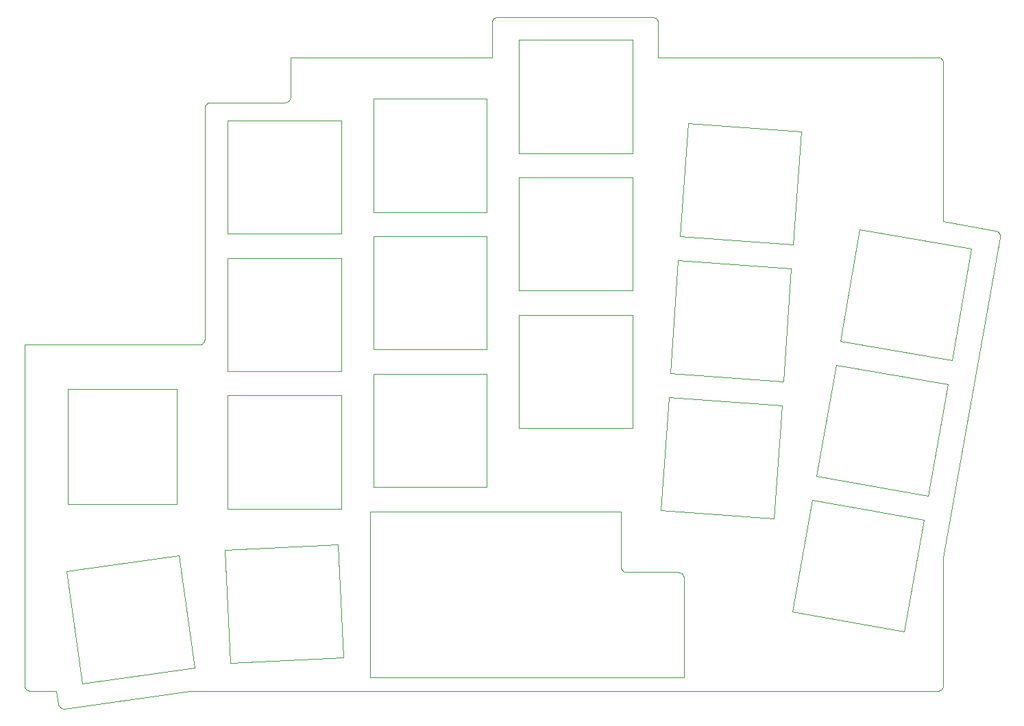
<source format=gm1>
G04 #@! TF.GenerationSoftware,KiCad,Pcbnew,(6.0.7)*
G04 #@! TF.CreationDate,2022-09-02T23:16:08-07:00*
G04 #@! TF.ProjectId,Klotz_02_Plate,4b6c6f74-7a5f-4303-925f-506c6174652e,0.1*
G04 #@! TF.SameCoordinates,Original*
G04 #@! TF.FileFunction,Profile,NP*
%FSLAX46Y46*%
G04 Gerber Fmt 4.6, Leading zero omitted, Abs format (unit mm)*
G04 Created by KiCad (PCBNEW (6.0.7)) date 2022-09-02 23:16:08*
%MOMM*%
%LPD*%
G01*
G04 APERTURE LIST*
%ADD10C,0.010000*%
G04 APERTURE END LIST*
D10*
X117687056Y-53523114D02*
X117687056Y-58391447D01*
X204787893Y-74936725D02*
X198367333Y-73807837D01*
X105833721Y-128982282D02*
X91969555Y-130922560D01*
X141958169Y-89647560D02*
X127952892Y-89647560D01*
X198332053Y-131134229D02*
X198332053Y-115365063D01*
X165594280Y-117164221D02*
X165630446Y-117165143D01*
X165666153Y-117167881D01*
X165701357Y-117172389D01*
X165736011Y-117178621D01*
X165770071Y-117186533D01*
X165803492Y-117196079D01*
X165836228Y-117207214D01*
X165868234Y-117219893D01*
X165899465Y-117234071D01*
X165929875Y-117249702D01*
X165959420Y-117266741D01*
X165988054Y-117285143D01*
X166015732Y-117304863D01*
X166042409Y-117325855D01*
X166068040Y-117348075D01*
X166092578Y-117371477D01*
X166115980Y-117396015D01*
X166138200Y-117421646D01*
X166159192Y-117448323D01*
X166178912Y-117476001D01*
X166197314Y-117504635D01*
X166214353Y-117534180D01*
X166229984Y-117564590D01*
X166244162Y-117595821D01*
X166256841Y-117627827D01*
X166267976Y-117660564D01*
X166277522Y-117693984D01*
X166285434Y-117728045D01*
X166291666Y-117762699D01*
X166296174Y-117797903D01*
X166298912Y-117833610D01*
X166299835Y-117869777D01*
X106398168Y-89047836D02*
X84843444Y-89047836D01*
X178576498Y-93598670D02*
X164606495Y-92610891D01*
X127952892Y-72643669D02*
X127952891Y-72603492D01*
X127952891Y-72486383D01*
X127952891Y-72297469D01*
X127952891Y-72041879D01*
X127952891Y-71724743D01*
X127952891Y-71351189D01*
X127952891Y-70926347D01*
X127952891Y-70455344D01*
X127952891Y-69943310D01*
X127952891Y-69395374D01*
X127952891Y-68816665D01*
X127952891Y-68212311D01*
X127952891Y-67587442D01*
X127952891Y-66947186D01*
X127952891Y-66296672D01*
X127952891Y-65641030D01*
X127952891Y-64985387D01*
X127952891Y-64334873D01*
X127952891Y-63694617D01*
X127952891Y-63069748D01*
X127952891Y-62465394D01*
X127952891Y-61886685D01*
X127952890Y-61338749D01*
X127952890Y-60826715D01*
X127952890Y-60355712D01*
X127952890Y-59930870D01*
X127952890Y-59557316D01*
X127952889Y-59240180D01*
X127952889Y-58984590D01*
X127952889Y-58795676D01*
X127952889Y-58678567D01*
X127952889Y-58638391D01*
X165805949Y-75642278D02*
X166793722Y-61672280D01*
X158538724Y-116458666D02*
X158539646Y-116494832D01*
X158542384Y-116530539D01*
X158546892Y-116565743D01*
X158553124Y-116600397D01*
X158561036Y-116634457D01*
X158570582Y-116667878D01*
X158581717Y-116700614D01*
X158594396Y-116732620D01*
X158608574Y-116763851D01*
X158624205Y-116794261D01*
X158641244Y-116823806D01*
X158659646Y-116852440D01*
X158679366Y-116880118D01*
X158700358Y-116906795D01*
X158722578Y-116932426D01*
X158745980Y-116956964D01*
X158770518Y-116980366D01*
X158796149Y-117002586D01*
X158822826Y-117023578D01*
X158850504Y-117043298D01*
X158879138Y-117061700D01*
X158908683Y-117078739D01*
X158939093Y-117094370D01*
X158970324Y-117108548D01*
X159002330Y-117121227D01*
X159035067Y-117132362D01*
X159068487Y-117141908D01*
X159102548Y-117149820D01*
X159137202Y-117156052D01*
X159172406Y-117160560D01*
X159208113Y-117163298D01*
X159244280Y-117164221D01*
X201824551Y-77194503D02*
X199390386Y-90988114D01*
X141958169Y-58638391D02*
X141958169Y-72643669D01*
X90029277Y-117058392D02*
X103893443Y-115118114D01*
X205317060Y-75783395D02*
X205325954Y-75743920D01*
X205332820Y-75704897D01*
X205337697Y-75666366D01*
X205340622Y-75628364D01*
X205341636Y-75590930D01*
X205340777Y-75554104D01*
X205338083Y-75517924D01*
X205333593Y-75482428D01*
X205327346Y-75447656D01*
X205319381Y-75413646D01*
X205309737Y-75380438D01*
X205298452Y-75348069D01*
X205285565Y-75316578D01*
X205271114Y-75286005D01*
X205255140Y-75256388D01*
X205237680Y-75227766D01*
X205218772Y-75200177D01*
X205198457Y-75173660D01*
X205176772Y-75148255D01*
X205153757Y-75123999D01*
X205129450Y-75100932D01*
X205103889Y-75079092D01*
X205077115Y-75058519D01*
X205049164Y-75039250D01*
X205020077Y-75021325D01*
X204989892Y-75004782D01*
X204958648Y-74989660D01*
X204926383Y-74975998D01*
X204893136Y-74963835D01*
X204858946Y-74953209D01*
X204823852Y-74944159D01*
X204787893Y-74936725D01*
X90240944Y-94515889D02*
X103646500Y-94515889D01*
X109573168Y-114447833D02*
X123543167Y-113706998D01*
X109961223Y-61319502D02*
X123966502Y-61319502D01*
X193499004Y-124466725D02*
X179705391Y-122032561D01*
X165594274Y-78640892D02*
X179564271Y-79628670D01*
X109961223Y-92328668D02*
X109961223Y-78323391D01*
X103646500Y-108732834D02*
X90240944Y-108732834D01*
X198896500Y-93951448D02*
X196462335Y-107745056D01*
X185102886Y-91517280D02*
X198896500Y-93951448D01*
X84843444Y-131134229D02*
X84844366Y-131170395D01*
X84847104Y-131206102D01*
X84851612Y-131241306D01*
X84857844Y-131275960D01*
X84865756Y-131310020D01*
X84875302Y-131343441D01*
X84886437Y-131376177D01*
X84899116Y-131408183D01*
X84913294Y-131439414D01*
X84928925Y-131469824D01*
X84945964Y-131499369D01*
X84964366Y-131528003D01*
X84984086Y-131555681D01*
X85005079Y-131582358D01*
X85027299Y-131607989D01*
X85050701Y-131632527D01*
X85075239Y-131655929D01*
X85100870Y-131678149D01*
X85127547Y-131699141D01*
X85155225Y-131718861D01*
X85183859Y-131737263D01*
X85213404Y-131754302D01*
X85243814Y-131769933D01*
X85275045Y-131784111D01*
X85307051Y-131796790D01*
X85339787Y-131807925D01*
X85373208Y-131817471D01*
X85407268Y-131825383D01*
X85441923Y-131831615D01*
X85477126Y-131836123D01*
X85512833Y-131838861D01*
X85549000Y-131839784D01*
X109961223Y-75324780D02*
X109961223Y-61319502D01*
X166793722Y-61672280D02*
X180763724Y-62660057D01*
X145944553Y-85343669D02*
X159949830Y-85343669D01*
X166299835Y-117869777D02*
X166299835Y-130146444D01*
X85549000Y-131839784D02*
X88794555Y-131839784D01*
X107809279Y-59097002D02*
X107773113Y-59097924D01*
X107737405Y-59100662D01*
X107702202Y-59105170D01*
X107667547Y-59111402D01*
X107633487Y-59119314D01*
X107600067Y-59128860D01*
X107567331Y-59139995D01*
X107535325Y-59152674D01*
X107504094Y-59166852D01*
X107473683Y-59182483D01*
X107444138Y-59199522D01*
X107415504Y-59217924D01*
X107387826Y-59237644D01*
X107361149Y-59258637D01*
X107335519Y-59280857D01*
X107310980Y-59304259D01*
X107287578Y-59328797D01*
X107265358Y-59354428D01*
X107244366Y-59381105D01*
X107224646Y-59408783D01*
X107206243Y-59437417D01*
X107189204Y-59466962D01*
X107173573Y-59497372D01*
X107159395Y-59528603D01*
X107146716Y-59560609D01*
X107135581Y-59593345D01*
X107126035Y-59626766D01*
X107118123Y-59660826D01*
X107111891Y-59695481D01*
X107107383Y-59730684D01*
X107104645Y-59766391D01*
X107103723Y-59802558D01*
X109961223Y-109297281D02*
X109961223Y-95292004D01*
X177412335Y-110532003D02*
X163442333Y-109544224D01*
X84843444Y-89047836D02*
X84843444Y-131134229D01*
X159949830Y-99348949D02*
X145944553Y-99348949D01*
X198367333Y-73807837D02*
X198367333Y-54228669D01*
X178400109Y-96562001D02*
X177412335Y-110532003D01*
X116981501Y-59097002D02*
X107809279Y-59097002D01*
X164606495Y-92610891D02*
X165594274Y-78640892D01*
X145944553Y-51371169D02*
X159949830Y-51371169D01*
X103646500Y-94515889D02*
X103646500Y-108732834D01*
X145944553Y-65376448D02*
X145944553Y-51371169D01*
X123966502Y-95292004D02*
X123966502Y-109297281D01*
X159949830Y-85343669D02*
X159949830Y-99348949D01*
X163442333Y-109544224D02*
X164430112Y-95574222D01*
X188030938Y-74760336D02*
X201824551Y-77194503D01*
X127952889Y-58638391D02*
X141958169Y-58638391D01*
X179705391Y-122032561D02*
X182139555Y-108238953D01*
X159949830Y-68339780D02*
X159949830Y-82345058D01*
X127952889Y-75642280D02*
X141958169Y-75642280D01*
X196462335Y-107745056D02*
X182668722Y-105310891D01*
X124284000Y-127677000D02*
X110314000Y-128417835D01*
X182668722Y-105310891D02*
X185102886Y-91517280D01*
X197661778Y-53523114D02*
X163124835Y-53523114D01*
X159244280Y-117164221D02*
X165594280Y-117164221D01*
X179775951Y-76630057D02*
X165805949Y-75642278D01*
X110314000Y-128417835D02*
X109573168Y-114447833D01*
X141958169Y-72643669D02*
X127952892Y-72643669D01*
X117687056Y-58391447D02*
X117686133Y-58427612D01*
X117683395Y-58463320D01*
X117678887Y-58498523D01*
X117672655Y-58533178D01*
X117664743Y-58567238D01*
X117655197Y-58600658D01*
X117644062Y-58633394D01*
X117631383Y-58665400D01*
X117617205Y-58696631D01*
X117601574Y-58727041D01*
X117584535Y-58756586D01*
X117566133Y-58785220D01*
X117546413Y-58812899D01*
X117525420Y-58839575D01*
X117503201Y-58865206D01*
X117479799Y-58889745D01*
X117455260Y-58913147D01*
X117429629Y-58935366D01*
X117402953Y-58956359D01*
X117375274Y-58976079D01*
X117346640Y-58994481D01*
X117317095Y-59011520D01*
X117286685Y-59027151D01*
X117255454Y-59041329D01*
X117223448Y-59054008D01*
X117190712Y-59065143D01*
X117157292Y-59074689D01*
X117123232Y-59082601D01*
X117088577Y-59088833D01*
X117053374Y-59093341D01*
X117017666Y-59096079D01*
X116981501Y-59097002D01*
X141958169Y-92646168D02*
X141958169Y-106651448D01*
X123543167Y-113706998D02*
X124284000Y-127677000D01*
X159949830Y-65376448D02*
X145944553Y-65376448D01*
X159949830Y-51371169D02*
X159949830Y-65376448D01*
X91969555Y-130922560D02*
X90029277Y-117058392D01*
X162419280Y-48548947D02*
X143298725Y-48548947D01*
X199108169Y-111025895D02*
X205317060Y-75783395D01*
X179564271Y-79628670D02*
X178576498Y-93598670D01*
X123966502Y-92328668D02*
X109961223Y-92328668D01*
X127952892Y-89647560D02*
X127952891Y-89607383D01*
X127952891Y-89490274D01*
X127952891Y-89301360D01*
X127952891Y-89045770D01*
X127952891Y-88728634D01*
X127952891Y-88355080D01*
X127952891Y-87930237D01*
X127952891Y-87459235D01*
X127952891Y-86947201D01*
X127952891Y-86399265D01*
X127952891Y-85820555D01*
X127952891Y-85216201D01*
X127952891Y-84591332D01*
X127952891Y-83951076D01*
X127952891Y-83300562D01*
X127952891Y-82644920D01*
X127952891Y-81989277D01*
X127952891Y-81338763D01*
X127952891Y-80698507D01*
X127952891Y-80073638D01*
X127952891Y-79469284D01*
X127952891Y-78890574D01*
X127952890Y-78342638D01*
X127952890Y-77830605D01*
X127952890Y-77359602D01*
X127952890Y-76934759D01*
X127952890Y-76561205D01*
X127952889Y-76244069D01*
X127952889Y-75988479D01*
X127952889Y-75799565D01*
X127952889Y-75682456D01*
X127952889Y-75642280D01*
X158538724Y-109650053D02*
X158538724Y-116458666D01*
X195933169Y-110673118D02*
X193499004Y-124466725D01*
X163124835Y-53523114D02*
X163124835Y-49254502D01*
X145944553Y-99348949D02*
X145944553Y-85343669D01*
X145944553Y-68339780D02*
X159949830Y-68339780D01*
X88794555Y-131839784D02*
X89006222Y-133427284D01*
X127529554Y-130146444D02*
X127529554Y-109650053D01*
X109961223Y-95292004D02*
X123966502Y-95292004D01*
X182139555Y-108238953D02*
X195933169Y-110673118D01*
X89006222Y-133427284D02*
X89013654Y-133463246D01*
X89022689Y-133498356D01*
X89033274Y-133532588D01*
X89045358Y-133565915D01*
X89058888Y-133598312D01*
X89073814Y-133629753D01*
X89090083Y-133660212D01*
X89107645Y-133689663D01*
X89126446Y-133718081D01*
X89146437Y-133745439D01*
X89167564Y-133771712D01*
X89189776Y-133796875D01*
X89213022Y-133820900D01*
X89237249Y-133843762D01*
X89262407Y-133865436D01*
X89288443Y-133885896D01*
X89315307Y-133905115D01*
X89342945Y-133923068D01*
X89371307Y-133939729D01*
X89400340Y-133955073D01*
X89429994Y-133969073D01*
X89460216Y-133981703D01*
X89490955Y-133992938D01*
X89522159Y-134002753D01*
X89553776Y-134011120D01*
X89585755Y-134018014D01*
X89618044Y-134023410D01*
X89650592Y-134027281D01*
X89683346Y-134029602D01*
X89716256Y-134030347D01*
X89749268Y-134029489D01*
X89782333Y-134027005D01*
X143298725Y-48548947D02*
X143262558Y-48549869D01*
X143226851Y-48552607D01*
X143191647Y-48557115D01*
X143156993Y-48563347D01*
X143122933Y-48571259D01*
X143089512Y-48580805D01*
X143056776Y-48591940D01*
X143024770Y-48604619D01*
X142993539Y-48618797D01*
X142963129Y-48634428D01*
X142933584Y-48651467D01*
X142904950Y-48669869D01*
X142877272Y-48689589D01*
X142850595Y-48710582D01*
X142824964Y-48732801D01*
X142800426Y-48756203D01*
X142777024Y-48780742D01*
X142754804Y-48806373D01*
X142733812Y-48833049D01*
X142714092Y-48860728D01*
X142695690Y-48889362D01*
X142678651Y-48918907D01*
X142663020Y-48949317D01*
X142648842Y-48980548D01*
X142636163Y-49012554D01*
X142625028Y-49045290D01*
X142615482Y-49078710D01*
X142607570Y-49112770D01*
X142601338Y-49147425D01*
X142596830Y-49182628D01*
X142594092Y-49218336D01*
X142593170Y-49254502D01*
X198332053Y-115365063D02*
X199108169Y-111025895D01*
X166299835Y-130146444D02*
X127529554Y-130146444D01*
X123966502Y-61319502D02*
X123966502Y-75324780D01*
X141958169Y-75642280D02*
X141958169Y-89647560D01*
X163124835Y-49254502D02*
X163123912Y-49218336D01*
X163121174Y-49182628D01*
X163116666Y-49147425D01*
X163110434Y-49112770D01*
X163102522Y-49078710D01*
X163092976Y-49045290D01*
X163081841Y-49012554D01*
X163069162Y-48980548D01*
X163054984Y-48949317D01*
X163039353Y-48918907D01*
X163022314Y-48889362D01*
X163003912Y-48860728D01*
X162984192Y-48833049D01*
X162963200Y-48806373D01*
X162940980Y-48780742D01*
X162917578Y-48756203D01*
X162893040Y-48732801D01*
X162867409Y-48710582D01*
X162840732Y-48689589D01*
X162813054Y-48669869D01*
X162784420Y-48651467D01*
X162754875Y-48634428D01*
X162724465Y-48618797D01*
X162693234Y-48604619D01*
X162661228Y-48591940D01*
X162628492Y-48580805D01*
X162595071Y-48571259D01*
X162561011Y-48563347D01*
X162526357Y-48557115D01*
X162491153Y-48552607D01*
X162455446Y-48549869D01*
X162419280Y-48548947D01*
X123966502Y-75324780D02*
X109961223Y-75324780D01*
X109961223Y-78323391D02*
X123966502Y-78323391D01*
X107103723Y-88342280D02*
X107102800Y-88378445D01*
X107100062Y-88414153D01*
X107095554Y-88449356D01*
X107089322Y-88484011D01*
X107081410Y-88518071D01*
X107071864Y-88551491D01*
X107060729Y-88584227D01*
X107048050Y-88616233D01*
X107033872Y-88647464D01*
X107018241Y-88677875D01*
X107001202Y-88707420D01*
X106982800Y-88736054D01*
X106963080Y-88763732D01*
X106942087Y-88790409D01*
X106919868Y-88816039D01*
X106896466Y-88840578D01*
X106871927Y-88863980D01*
X106846296Y-88886200D01*
X106819620Y-88907192D01*
X106791941Y-88926912D01*
X106763307Y-88945315D01*
X106733762Y-88962354D01*
X106703352Y-88977985D01*
X106672121Y-88992163D01*
X106640115Y-89004842D01*
X106607379Y-89015977D01*
X106573959Y-89025523D01*
X106539899Y-89033435D01*
X106505244Y-89039667D01*
X106470041Y-89044175D01*
X106434333Y-89046913D01*
X106398168Y-89047836D01*
X127952892Y-106651448D02*
X127952891Y-106611271D01*
X127952891Y-106494162D01*
X127952891Y-106305248D01*
X127952891Y-106049658D01*
X127952891Y-105732522D01*
X127952891Y-105358968D01*
X127952891Y-104934125D01*
X127952891Y-104463123D01*
X127952891Y-103951089D01*
X127952891Y-103403153D01*
X127952891Y-102824443D01*
X127952891Y-102220089D01*
X127952891Y-101595220D01*
X127952891Y-100954964D01*
X127952891Y-100304450D01*
X127952891Y-99648808D01*
X127952891Y-98993165D01*
X127952891Y-98342651D01*
X127952891Y-97702395D01*
X127952891Y-97077526D01*
X127952891Y-96473172D01*
X127952891Y-95894462D01*
X127952890Y-95346526D01*
X127952890Y-94834493D01*
X127952890Y-94363490D01*
X127952890Y-93938647D01*
X127952890Y-93565093D01*
X127952889Y-93247957D01*
X127952889Y-92992367D01*
X127952889Y-92803453D01*
X127952889Y-92686344D01*
X127952889Y-92646168D01*
X180763724Y-62660057D02*
X179775951Y-76630057D01*
X127952889Y-92646168D02*
X141958169Y-92646168D01*
X185596773Y-88553947D02*
X188030938Y-74760336D01*
X142593170Y-49254502D02*
X142593170Y-53523114D01*
X164430112Y-95574222D02*
X178400109Y-96562001D01*
X199390386Y-90988114D02*
X185596773Y-88553947D01*
X107103723Y-59802558D02*
X107103723Y-88342280D01*
X197626498Y-131839784D02*
X197662664Y-131838861D01*
X197698371Y-131836123D01*
X197733575Y-131831615D01*
X197768229Y-131825383D01*
X197802289Y-131817471D01*
X197835710Y-131807925D01*
X197868446Y-131796790D01*
X197900452Y-131784111D01*
X197931683Y-131769933D01*
X197962093Y-131754302D01*
X197991638Y-131737263D01*
X198020272Y-131718861D01*
X198047950Y-131699141D01*
X198074627Y-131678149D01*
X198100258Y-131655929D01*
X198124796Y-131632527D01*
X198148198Y-131607989D01*
X198170418Y-131582358D01*
X198191410Y-131555681D01*
X198211130Y-131528003D01*
X198229532Y-131499369D01*
X198246571Y-131469824D01*
X198262202Y-131439414D01*
X198276380Y-131408183D01*
X198289059Y-131376177D01*
X198300194Y-131343441D01*
X198309740Y-131310020D01*
X198317652Y-131275960D01*
X198323884Y-131241306D01*
X198328392Y-131206102D01*
X198331130Y-131170395D01*
X198332053Y-131134229D01*
X159949830Y-82345058D02*
X145944553Y-82345058D01*
X89782333Y-134027005D02*
X105269278Y-131839784D01*
X127529554Y-109650053D02*
X158538724Y-109650053D01*
X123966502Y-78323391D02*
X123966502Y-92328668D01*
X123966502Y-109297281D02*
X109961223Y-109297281D01*
X142593170Y-53523114D02*
X117687056Y-53523114D01*
X105269278Y-131839784D02*
X197626498Y-131839784D01*
X145944553Y-82345058D02*
X145944553Y-68339780D01*
X103893443Y-115118114D02*
X105833721Y-128982282D01*
X141958169Y-106651448D02*
X127952892Y-106651448D01*
X198367333Y-54228669D02*
X198366410Y-54192502D01*
X198363672Y-54156795D01*
X198359164Y-54121592D01*
X198352932Y-54086937D01*
X198345020Y-54052877D01*
X198335474Y-54019456D01*
X198324339Y-53986720D01*
X198311660Y-53954714D01*
X198297482Y-53923484D01*
X198281851Y-53893073D01*
X198264812Y-53863528D01*
X198246410Y-53834894D01*
X198226690Y-53807216D01*
X198205698Y-53780539D01*
X198183478Y-53754909D01*
X198160076Y-53730370D01*
X198135538Y-53706968D01*
X198109907Y-53684748D01*
X198083230Y-53663756D01*
X198055552Y-53644036D01*
X198026918Y-53625634D01*
X197997373Y-53608595D01*
X197966963Y-53592964D01*
X197935732Y-53578786D01*
X197903726Y-53566107D01*
X197870990Y-53554972D01*
X197837569Y-53545426D01*
X197803509Y-53537514D01*
X197768855Y-53531282D01*
X197733651Y-53526774D01*
X197697944Y-53524036D01*
X197661778Y-53523114D01*
X90240944Y-108732834D02*
X90240944Y-94515889D01*
M02*

</source>
